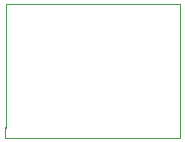
<source format=gbr>
G04 (created by PCBNEW (2013-07-07 BZR 4022)-stable) date 11/12/2014 11:01:20 PM*
%MOIN*%
G04 Gerber Fmt 3.4, Leading zero omitted, Abs format*
%FSLAX34Y34*%
G01*
G70*
G90*
G04 APERTURE LIST*
%ADD10C,0.00590551*%
%ADD11C,0.00393701*%
G04 APERTURE END LIST*
G54D10*
G54D11*
X77350Y-57195D02*
X77337Y-57195D01*
X77350Y-57550D02*
X77350Y-57195D01*
X83180Y-57550D02*
X77350Y-57550D01*
X83180Y-53080D02*
X83180Y-57550D01*
X77365Y-53080D02*
X83180Y-53080D01*
X77365Y-57215D02*
X77365Y-53080D01*
M02*

</source>
